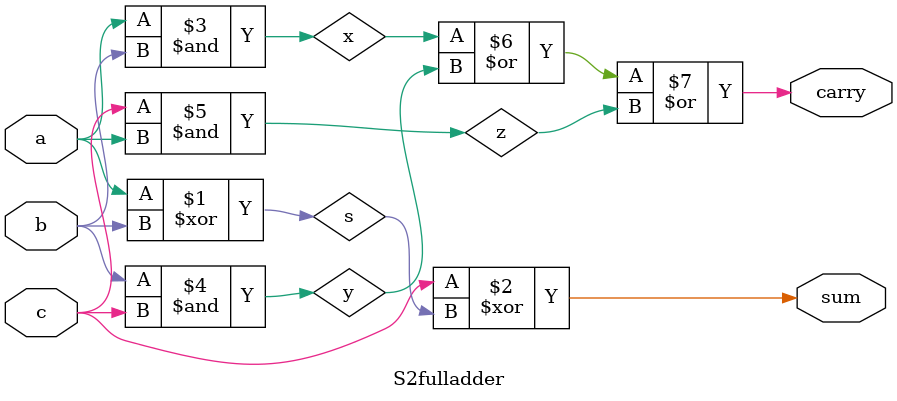
<source format=v>
`timescale 1ns / 1ps
module S2fulladder(a,b,c,sum,carry
    );
input a,b,c;
output sum,carry;
wire sum,carry,s,x,y,z;
xor x1(s,a,b);
xor x2(sum,c,s);
and a1(x,a,b);
and a2(y,b,c);
and a3(z,c,a);
or o1(carry,x,y,z);
endmodule

</source>
